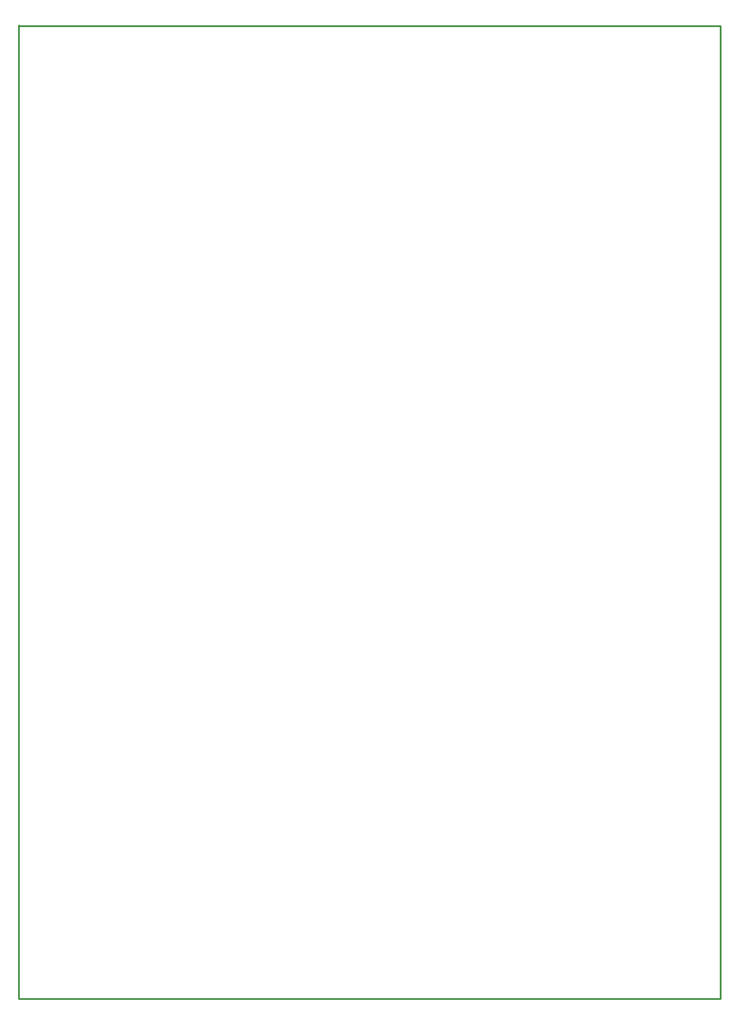
<source format=gm1>
G04*
G04 #@! TF.GenerationSoftware,Altium Limited,Altium Designer,21.3.2 (30)*
G04*
G04 Layer_Color=16711935*
%FSLAX24Y24*%
%MOIN*%
G70*
G04*
G04 #@! TF.SameCoordinates,7650AEDF-855E-494F-9EC9-4397D0FFA18E*
G04*
G04*
G04 #@! TF.FilePolarity,Positive*
G04*
G01*
G75*
%ADD15C,0.0100*%
D15*
X25660D01*
X38900D01*
X38920Y20D01*
Y53830D01*
X38900Y53850D02*
X38920Y53830D01*
X50Y53850D02*
X38900D01*
X0Y53900D02*
X50Y53850D01*
X0Y53700D02*
Y53900D01*
Y0D02*
Y53700D01*
M02*

</source>
